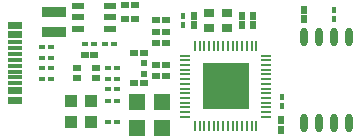
<source format=gtp>
G04*
G04 #@! TF.GenerationSoftware,Altium Limited,Altium Designer,21.0.8 (223)*
G04*
G04 Layer_Color=8421504*
%FSLAX25Y25*%
%MOIN*%
G70*
G04*
G04 #@! TF.SameCoordinates,8808BF78-C309-42CA-8E72-27723A8412DA*
G04*
G04*
G04 #@! TF.FilePolarity,Positive*
G04*
G01*
G75*
%ADD16R,0.04331X0.03937*%
%ADD17R,0.01968X0.01772*%
%ADD18R,0.03150X0.01968*%
%ADD19O,0.02362X0.06299*%
%ADD20R,0.05315X0.05315*%
%ADD21R,0.05315X0.05315*%
%ADD22R,0.02126X0.01890*%
%ADD23R,0.02500X0.01900*%
%ADD24R,0.03543X0.03150*%
%ADD25R,0.01900X0.02500*%
%ADD26R,0.01772X0.01968*%
%ADD27R,0.04528X0.01181*%
%ADD28O,0.03347X0.00787*%
%ADD29O,0.00787X0.03347*%
%ADD30R,0.15748X0.15748*%
%ADD31R,0.04134X0.02362*%
%ADD32R,0.08268X0.03543*%
D16*
X43154Y15500D02*
D03*
X49846D02*
D03*
X43154Y22500D02*
D03*
X49846D02*
D03*
D17*
X58476Y15500D02*
D03*
X55524D02*
D03*
X58476Y22500D02*
D03*
X55524D02*
D03*
X58476Y26500D02*
D03*
X55524D02*
D03*
X58476Y33500D02*
D03*
X55524D02*
D03*
X58476Y30000D02*
D03*
X55524D02*
D03*
X33524Y40500D02*
D03*
X36476D02*
D03*
X33524Y30000D02*
D03*
X36476D02*
D03*
X33524Y37000D02*
D03*
X36476D02*
D03*
X33524Y33500D02*
D03*
X36476D02*
D03*
X50976Y41500D02*
D03*
X48024D02*
D03*
X57476D02*
D03*
X54524D02*
D03*
D18*
X51650Y30228D02*
D03*
Y33772D02*
D03*
X45350D02*
D03*
Y30228D02*
D03*
D19*
X135900Y43872D02*
D03*
X130900D02*
D03*
X125900D02*
D03*
X120900D02*
D03*
X135900Y15328D02*
D03*
X130900D02*
D03*
X125900D02*
D03*
X120900D02*
D03*
D20*
X65268Y13768D02*
D03*
X73732Y22232D02*
D03*
D21*
X65268D02*
D03*
X73732Y13768D02*
D03*
D22*
X67500Y35232D02*
D03*
Y31768D02*
D03*
D23*
Y28500D02*
D03*
X64300D02*
D03*
X67500Y38500D02*
D03*
X64300D02*
D03*
X61400Y54500D02*
D03*
X64600D02*
D03*
X47900Y38000D02*
D03*
X51100D02*
D03*
X61400Y50000D02*
D03*
X64600D02*
D03*
X74800Y49600D02*
D03*
X71600D02*
D03*
X74800Y45800D02*
D03*
X71600D02*
D03*
X74800Y42000D02*
D03*
X71600D02*
D03*
X74800Y30900D02*
D03*
X71600D02*
D03*
X74800Y34700D02*
D03*
X71600D02*
D03*
D24*
X95153Y47138D02*
D03*
Y51862D02*
D03*
X89247D02*
D03*
Y47138D02*
D03*
D25*
X100200Y47900D02*
D03*
Y51100D02*
D03*
X84200Y47900D02*
D03*
Y51100D02*
D03*
X121000Y49900D02*
D03*
Y53100D02*
D03*
X104000Y47900D02*
D03*
Y51100D02*
D03*
X113400Y13100D02*
D03*
Y16300D02*
D03*
D26*
X80500Y50976D02*
D03*
Y48024D02*
D03*
X113700Y23976D02*
D03*
Y21024D02*
D03*
X131000Y52976D02*
D03*
Y50024D02*
D03*
D27*
X24760Y48425D02*
D03*
Y42323D02*
D03*
Y40354D02*
D03*
Y36417D02*
D03*
Y44291D02*
D03*
Y45276D02*
D03*
Y47441D02*
D03*
Y38386D02*
D03*
Y22441D02*
D03*
Y28543D02*
D03*
Y30512D02*
D03*
Y34449D02*
D03*
Y26575D02*
D03*
Y25591D02*
D03*
Y23425D02*
D03*
Y32480D02*
D03*
D28*
X81428Y37823D02*
D03*
Y36248D02*
D03*
Y34673D02*
D03*
Y33098D02*
D03*
Y31524D02*
D03*
Y29949D02*
D03*
Y28374D02*
D03*
Y26799D02*
D03*
Y25224D02*
D03*
Y23650D02*
D03*
Y22075D02*
D03*
Y20500D02*
D03*
Y18925D02*
D03*
Y17350D02*
D03*
X108200D02*
D03*
Y18925D02*
D03*
Y20500D02*
D03*
Y22075D02*
D03*
Y23650D02*
D03*
Y25224D02*
D03*
Y26799D02*
D03*
Y28374D02*
D03*
Y29949D02*
D03*
Y31524D02*
D03*
Y33098D02*
D03*
Y34673D02*
D03*
Y36248D02*
D03*
Y37823D02*
D03*
D29*
X84578Y14201D02*
D03*
X86153D02*
D03*
X87728D02*
D03*
X89302D02*
D03*
X90877D02*
D03*
X92452D02*
D03*
X94027D02*
D03*
X95602D02*
D03*
X97176D02*
D03*
X98751D02*
D03*
X100326D02*
D03*
X101901D02*
D03*
X103476D02*
D03*
X105050D02*
D03*
Y40972D02*
D03*
X103476D02*
D03*
X101901D02*
D03*
X100326D02*
D03*
X98751D02*
D03*
X97176D02*
D03*
X95602D02*
D03*
X94027D02*
D03*
X92452D02*
D03*
X90877D02*
D03*
X89302D02*
D03*
X87728D02*
D03*
X86153D02*
D03*
X84578D02*
D03*
D30*
X94814Y27587D02*
D03*
D31*
X56217Y54240D02*
D03*
Y50500D02*
D03*
Y46760D02*
D03*
X45783D02*
D03*
Y50500D02*
D03*
Y54240D02*
D03*
D32*
X37500Y45654D02*
D03*
Y52346D02*
D03*
M02*

</source>
